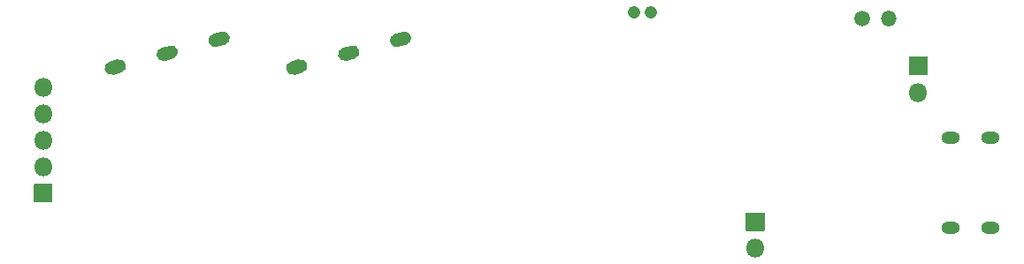
<source format=gbs>
G04 #@! TF.GenerationSoftware,KiCad,Pcbnew,(5.1.9)-1*
G04 #@! TF.CreationDate,2021-03-16T21:00:22+08:00*
G04 #@! TF.ProjectId,mcu,6d63752e-6b69-4636-9164-5f7063625858,v1.0*
G04 #@! TF.SameCoordinates,Original*
G04 #@! TF.FileFunction,Soldermask,Bot*
G04 #@! TF.FilePolarity,Negative*
%FSLAX46Y46*%
G04 Gerber Fmt 4.6, Leading zero omitted, Abs format (unit mm)*
G04 Created by KiCad (PCBNEW (5.1.9)-1) date 2021-03-16 21:00:22*
%MOMM*%
%LPD*%
G01*
G04 APERTURE LIST*
%ADD10C,1.208000*%
%ADD11O,1.500000X1.500000*%
%ADD12C,1.500000*%
%ADD13O,1.800000X1.800000*%
%ADD14O,1.800000X1.200000*%
G04 APERTURE END LIST*
G36*
G01*
X68984296Y-74834042D02*
X68984296Y-74834042D01*
G75*
G02*
X69443916Y-74037958I627852J168232D01*
G01*
X70216656Y-73830902D01*
G75*
G02*
X71012740Y-74290522I168232J-627852D01*
G01*
X71012740Y-74290522D01*
G75*
G02*
X70553120Y-75086606I-627852J-168232D01*
G01*
X69780380Y-75293662D01*
G75*
G02*
X68984296Y-74834042I-168232J627852D01*
G01*
G37*
G36*
G01*
X64009778Y-76166960D02*
X64009778Y-76166960D01*
G75*
G02*
X64469398Y-75370876I627852J168232D01*
G01*
X65242138Y-75163820D01*
G75*
G02*
X66038222Y-75623440I168232J-627852D01*
G01*
X66038222Y-75623440D01*
G75*
G02*
X65578602Y-76419524I-627852J-168232D01*
G01*
X64805862Y-76626580D01*
G75*
G02*
X64009778Y-76166960I-168232J627852D01*
G01*
G37*
G36*
G01*
X59035260Y-77499878D02*
X59035260Y-77499878D01*
G75*
G02*
X59494880Y-76703794I627852J168232D01*
G01*
X60267620Y-76496738D01*
G75*
G02*
X61063704Y-76956358I168232J-627852D01*
G01*
X61063704Y-76956358D01*
G75*
G02*
X60604084Y-77752442I-627852J-168232D01*
G01*
X59831344Y-77959498D01*
G75*
G02*
X59035260Y-77499878I-168232J627852D01*
G01*
G37*
G36*
G01*
X51610696Y-74834042D02*
X51610696Y-74834042D01*
G75*
G02*
X52070316Y-74037958I627852J168232D01*
G01*
X52843056Y-73830902D01*
G75*
G02*
X53639140Y-74290522I168232J-627852D01*
G01*
X53639140Y-74290522D01*
G75*
G02*
X53179520Y-75086606I-627852J-168232D01*
G01*
X52406780Y-75293662D01*
G75*
G02*
X51610696Y-74834042I-168232J627852D01*
G01*
G37*
G36*
G01*
X46636178Y-76166960D02*
X46636178Y-76166960D01*
G75*
G02*
X47095798Y-75370876I627852J168232D01*
G01*
X47868538Y-75163820D01*
G75*
G02*
X48664622Y-75623440I168232J-627852D01*
G01*
X48664622Y-75623440D01*
G75*
G02*
X48205002Y-76419524I-627852J-168232D01*
G01*
X47432262Y-76626580D01*
G75*
G02*
X46636178Y-76166960I-168232J627852D01*
G01*
G37*
G36*
G01*
X41661660Y-77499878D02*
X41661660Y-77499878D01*
G75*
G02*
X42121280Y-76703794I627852J168232D01*
G01*
X42894020Y-76496738D01*
G75*
G02*
X43690104Y-76956358I168232J-627852D01*
G01*
X43690104Y-76956358D01*
G75*
G02*
X43230484Y-77752442I-627852J-168232D01*
G01*
X42457744Y-77959498D01*
G75*
G02*
X41661660Y-77499878I-168232J627852D01*
G01*
G37*
D10*
X93926920Y-71969760D03*
X92326920Y-71969760D03*
D11*
X116702400Y-72557200D03*
D12*
X114162400Y-72557200D03*
D13*
X119547200Y-79669200D03*
G36*
G01*
X118647200Y-77979200D02*
X118647200Y-76279200D01*
G75*
G02*
X118697200Y-76229200I50000J0D01*
G01*
X120397200Y-76229200D01*
G75*
G02*
X120447200Y-76279200I0J-50000D01*
G01*
X120447200Y-77979200D01*
G75*
G02*
X120397200Y-78029200I-50000J0D01*
G01*
X118697200Y-78029200D01*
G75*
G02*
X118647200Y-77979200I0J50000D01*
G01*
G37*
X103951600Y-94604400D03*
G36*
G01*
X103051600Y-92914400D02*
X103051600Y-91214400D01*
G75*
G02*
X103101600Y-91164400I50000J0D01*
G01*
X104801600Y-91164400D01*
G75*
G02*
X104851600Y-91214400I0J-50000D01*
G01*
X104851600Y-92914400D01*
G75*
G02*
X104801600Y-92964400I-50000J0D01*
G01*
X103101600Y-92964400D01*
G75*
G02*
X103051600Y-92914400I0J50000D01*
G01*
G37*
X35778000Y-79161200D03*
X35778000Y-81701200D03*
X35778000Y-84241200D03*
X35778000Y-86781200D03*
G36*
G01*
X36678000Y-88471200D02*
X36678000Y-90171200D01*
G75*
G02*
X36628000Y-90221200I-50000J0D01*
G01*
X34928000Y-90221200D01*
G75*
G02*
X34878000Y-90171200I0J50000D01*
G01*
X34878000Y-88471200D01*
G75*
G02*
X34928000Y-88421200I50000J0D01*
G01*
X36628000Y-88421200D01*
G75*
G02*
X36678000Y-88471200I0J-50000D01*
G01*
G37*
D14*
X126497600Y-83985200D03*
X126497600Y-92625200D03*
X122697600Y-92625200D03*
X122697600Y-83985200D03*
M02*

</source>
